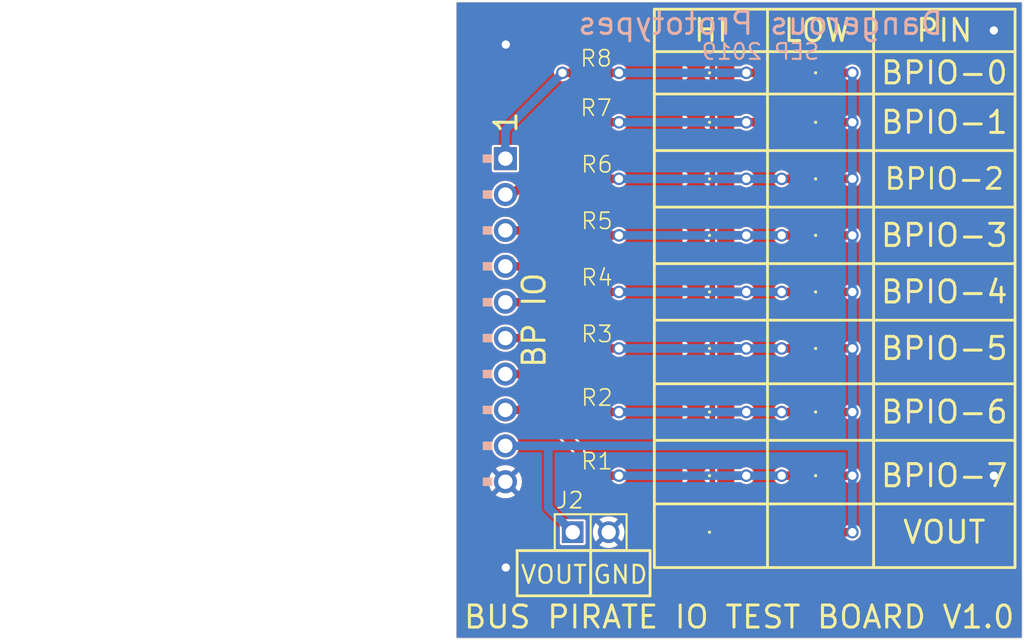
<source format=kicad_pcb>
(kicad_pcb (version 20221018) (generator pcbnew)
  (layers (0 "F.Cu" signal) (31 "B.Cu" signal) (34 "B.Paste" user) (35 "F.Paste" user) (36 "B.SilkS" user "B.Silkscreen") (37 "F.SilkS" user "F.Silkscreen") (38 "B.Mask" user) (39 "F.Mask" user) (44 "Edge.Cuts" user))
  (net 0 "")
  (net 1 "GND")
  (net 2 "N$1")
  (net 3 "N$2")
  (net 4 "N$3")
  (net 5 "N$4")
  (net 6 "N$5")
  (net 7 "N$6")
  (net 8 "N$8")
  (net 9 "N$7")
  (net 10 "BPIO0")
  (net 11 "BPIO1")
  (net 12 "BPIO2")
  (net 13 "BPIO3")
  (net 14 "BPIO4")
  (net 15 "BPIO5")
  (net 16 "BPIO6")
  (net 17 "BPIO7")
  (net 18 "VOUT")
  (net 19 "N$9")
  (footprint "working:LED-805" (layer "F.Cu") (at 154.0011 99.0036 90)
    (fp_text reference "LED10" hide)
    (fp_text value "")
    (fp_poly (pts (xy -0.1 0) (xy 0.1 0) (xy 0.1 -0.2) (xy -0.1 -0.2)) (fill solid) (layer "F.SilkS"))
    (pad "A" smd rect (at 0 1.05 90) (size 1.2 1.2) (layers "F.Cu" "F.Paste" "F.Mask") (net 18 "VOUT"))
    (pad "C" smd rect (at 0 -1.05 90) (size 1.2 1.2) (layers "F.Cu" "F.Paste" "F.Mask") (net 6 "N$5"))
  )
  (footprint "working:LED-805" (layer "F.Cu") (at 146.5011 116.0036 90)
    (fp_text reference "LED1" hide)
    (fp_text value "")
    (fp_poly (pts (xy -0.1 0) (xy 0.1 0) (xy 0.1 -0.2) (xy -0.1 -0.2)) (fill solid) (layer "F.SilkS"))
    (pad "A" smd rect (at 0 1.05 90) (size 1.2 1.2) (layers "F.Cu" "F.Paste" "F.Mask") (net 2 "N$1"))
    (pad "C" smd rect (at 0 -1.05 90) (size 1.2 1.2) (layers "F.Cu" "F.Paste" "F.Mask") (net 1 "GND"))
  )
  (footprint "working:LED-805" (layer "F.Cu") (at 154.0011 111.5036 90)
    (fp_text reference "LED4" hide)
    (fp_text value "")
    (fp_poly (pts (xy -0.1 0) (xy 0.1 0) (xy 0.1 -0.2) (xy -0.1 -0.2)) (fill solid) (layer "F.SilkS"))
    (pad "A" smd rect (at 0 1.05 90) (size 1.2 1.2) (layers "F.Cu" "F.Paste" "F.Mask") (net 18 "VOUT"))
    (pad "C" smd rect (at 0 -1.05 90) (size 1.2 1.2) (layers "F.Cu" "F.Paste" "F.Mask") (net 3 "N$2"))
  )
  (footprint "working:DP_LOGO" (layer "F.Cu") (at 98.0211 110.9936)
    (fp_text reference "PAGE1" hide)
    (fp_text value "FRAME_DINA4_L" hide)
  )
  (footprint "working:M1X2" (layer "F.Cu") (at 138.0011 120.0036)
    (fp_text reference "J2" (at -2.54 -1.5875) (layer "F.SilkS") (effects (font (size 1.143 1.143) (thickness 0.127)) (justify left bottom)))
    (fp_text value "CON_HEADER_1X02-PTH" hide)
    (fp_line (start -2.54 -1.27) (end 0 -1.27) (stroke (width 0.1524)) (layer "F.SilkS"))
    (fp_line (start -2.54 1.27) (end -2.54 -1.27) (stroke (width 0.1524)) (layer "F.SilkS"))
    (fp_line (start 0 -1.27) (end 2.54 -1.27) (stroke (width 0.1524)) (layer "F.SilkS"))
    (fp_line (start 0 1.27) (end -2.54 1.27) (stroke (width 0.1524)) (layer "F.SilkS"))
    (fp_line (start 0 1.27) (end 0 -1.27) (stroke (width 0.1524)) (layer "F.SilkS"))
    (fp_line (start 2.54 -1.27) (end 2.54 1.27) (stroke (width 0.1524)) (layer "F.SilkS"))
    (fp_line (start 2.54 1.27) (end 0 1.27) (stroke (width 0.1524)) (layer "F.SilkS"))
    (pad "1" thru_hole rect (at -1.27 0) (size 1.53 1.53) (drill 1.02) (layers "*.Cu" "*.Mask") (net 18 "VOUT"))
    (pad "2" thru_hole circle (at 1.27 0) (size 1.53 1.53) (drill 1.02) (layers "*.Cu" "*.Mask") (net 1 "GND"))
  )
  (footprint "working:LED-805" (layer "F.Cu") (at 154.0011 91.0036 90)
    (fp_text reference "LED16" hide)
    (fp_text value "")
    (fp_poly (pts (xy -0.1 0) (xy 0.1 0) (xy 0.1 -0.2) (xy -0.1 -0.2)) (fill solid) (layer "F.SilkS"))
    (pad "A" smd rect (at 0 1.05 90) (size 1.2 1.2) (layers "F.Cu" "F.Paste" "F.Mask") (net 18 "VOUT"))
    (pad "C" smd rect (at 0 -1.05 90) (size 1.2 1.2) (layers "F.Cu" "F.Paste" "F.Mask") (net 8 "N$8"))
  )
  (footprint "working:R603" (layer "F.Cu") (at 154.0011 120.0036 180)
    (fp_text reference "R9" hide)
    (fp_text value "1k1")
    (pad "1" smd rect (at -0.85 0 180) (size 1 1.1) (layers "F.Cu" "F.Paste" "F.Mask") (net 18 "VOUT"))
    (pad "2" smd rect (at 0.85 0 180) (size 1 1.1) (layers "F.Cu" "F.Paste" "F.Mask") (net 19 "N$9"))
  )
  (footprint "working:R603" (layer "F.Cu") (at 137.9411 87.5036)
    (fp_text reference "R8" (at -0.762 -1.016) (layer "F.SilkS") (effects (font (size 1.1557 1.1557) (thickness 0.1143)) (justify left)))
    (fp_text value "1k1")
    (pad "1" smd rect (at -0.85 0) (size 1 1.1) (layers "F.Cu" "F.Paste" "F.Mask") (net 10 "BPIO0"))
    (pad "2" smd rect (at 0.85 0) (size 1 1.1) (layers "F.Cu" "F.Paste" "F.Mask") (net 9 "N$7"))
  )
  (footprint "working:LED-805" (layer "F.Cu") (at 154.0011 87.5036 90)
    (fp_text reference "LED15" hide)
    (fp_text value "")
    (fp_poly (pts (xy -0.1 0) (xy 0.1 0) (xy 0.1 -0.2) (xy -0.1 -0.2)) (fill solid) (layer "F.SilkS"))
    (pad "A" smd rect (at 0 1.05 90) (size 1.2 1.2) (layers "F.Cu" "F.Paste" "F.Mask") (net 18 "VOUT"))
    (pad "C" smd rect (at 0 -1.05 90) (size 1.2 1.2) (layers "F.Cu" "F.Paste" "F.Mask") (net 9 "N$7"))
  )
  (footprint "working:LED-805" (layer "F.Cu") (at 146.5011 99.0036 90)
    (fp_text reference "LED9" hide)
    (fp_text value "")
    (fp_poly (pts (xy -0.1 0) (xy 0.1 0) (xy 0.1 -0.2) (xy -0.1 -0.2)) (fill solid) (layer "F.SilkS"))
    (pad "A" smd rect (at 0 1.05 90) (size 1.2 1.2) (layers "F.Cu" "F.Paste" "F.Mask") (net 6 "N$5"))
    (pad "C" smd rect (at 0 -1.05 90) (size 1.2 1.2) (layers "F.Cu" "F.Paste" "F.Mask") (net 1 "GND"))
  )
  (footprint "working:LED-805" (layer "F.Cu") (at 146.5011 103.0036 90)
    (fp_text reference "LED7" hide)
    (fp_text value "")
    (fp_poly (pts (xy -0.1 0) (xy 0.1 0) (xy 0.1 -0.2) (xy -0.1 -0.2)) (fill solid) (layer "F.SilkS"))
    (pad "A" smd rect (at 0 1.05 90) (size 1.2 1.2) (layers "F.Cu" "F.Paste" "F.Mask") (net 5 "N$4"))
    (pad "C" smd rect (at 0 -1.05 90) (size 1.2 1.2) (layers "F.Cu" "F.Paste" "F.Mask") (net 1 "GND"))
  )
  (footprint "working:LED-805" (layer "F.Cu") (at 154.0011 103.0036 90)
    (fp_text reference "LED8" hide)
    (fp_text value "")
    (fp_poly (pts (xy -0.1 0) (xy 0.1 0) (xy 0.1 -0.2) (xy -0.1 -0.2)) (fill solid) (layer "F.SilkS"))
    (pad "A" smd rect (at 0 1.05 90) (size 1.2 1.2) (layers "F.Cu" "F.Paste" "F.Mask") (net 18 "VOUT"))
    (pad "C" smd rect (at 0 -1.05 90) (size 1.2 1.2) (layers "F.Cu" "F.Paste" "F.Mask") (net 5 "N$4"))
  )
  (footprint "working:R603" (layer "F.Cu") (at 138.0011 103.0036)
    (fp_text reference "R4" (at -0.762 -1.016) (layer "F.SilkS") (effects (font (size 1.1557 1.1557) (thickness 0.1143)) (justify left)))
    (fp_text value "1k1")
    (pad "1" smd rect (at -0.85 0) (size 1 1.1) (layers "F.Cu" "F.Paste" "F.Mask") (net 14 "BPIO4"))
    (pad "2" smd rect (at 0.85 0) (size 1 1.1) (layers "F.Cu" "F.Paste" "F.Mask") (net 5 "N$4"))
  )
  (footprint "working:LED-805" (layer "F.Cu") (at 146.5011 120.0036 90)
    (fp_text reference "LED17" hide)
    (fp_text value "")
    (fp_poly (pts (xy -0.1 0) (xy 0.1 0) (xy 0.1 -0.2) (xy -0.1 -0.2)) (fill solid) (layer "F.SilkS"))
    (pad "A" smd rect (at 0 1.05 90) (size 1.2 1.2) (layers "F.Cu" "F.Paste" "F.Mask") (net 19 "N$9"))
    (pad "C" smd rect (at 0 -1.05 90) (size 1.2 1.2) (layers "F.Cu" "F.Paste" "F.Mask") (net 1 "GND"))
  )
  (footprint "working:LED-805" (layer "F.Cu") (at 146.5011 87.5036 90)
    (fp_text reference "LED14" hide)
    (fp_text value "")
    (fp_poly (pts (xy -0.1 0) (xy 0.1 0) (xy 0.1 -0.2) (xy -0.1 -0.2)) (fill solid) (layer "F.SilkS"))
    (pad "A" smd rect (at 0 1.05 90) (size 1.2 1.2) (layers "F.Cu" "F.Paste" "F.Mask") (net 9 "N$7"))
    (pad "C" smd rect (at 0 -1.05 90) (size 1.2 1.2) (layers "F.Cu" "F.Paste" "F.Mask") (net 1 "GND"))
  )
  (footprint "working:LED-805" (layer "F.Cu") (at 146.5011 107.0036 90)
    (fp_text reference "LED5" hide)
    (fp_text value "")
    (fp_poly (pts (xy -0.1 0) (xy 0.1 0) (xy 0.1 -0.2) (xy -0.1 -0.2)) (fill solid) (layer "F.SilkS"))
    (pad "A" smd rect (at 0 1.05 90) (size 1.2 1.2) (layers "F.Cu" "F.Paste" "F.Mask") (net 4 "N$3"))
    (pad "C" smd rect (at 0 -1.05 90) (size 1.2 1.2) (layers "F.Cu" "F.Paste" "F.Mask") (net 1 "GND"))
  )
  (footprint "working:R603" (layer "F.Cu") (at 138.0011 116.0036)
    (fp_text reference "R1" (at -0.762 -1.016) (layer "F.SilkS") (effects (font (size 1.1557 1.1557) (thickness 0.1143)) (justify left)))
    (fp_text value "1k1")
    (pad "1" smd rect (at -0.85 0) (size 1 1.1) (layers "F.Cu" "F.Paste" "F.Mask") (net 17 "BPIO7"))
    (pad "2" smd rect (at 0.85 0) (size 1 1.1) (layers "F.Cu" "F.Paste" "F.Mask") (net 2 "N$1"))
  )
  (footprint "working:LED-805" (layer "F.Cu") (at 146.5011 111.5036 90)
    (fp_text reference "LED3" hide)
    (fp_text value "")
    (fp_poly (pts (xy -0.1 0) (xy 0.1 0) (xy 0.1 -0.2) (xy -0.1 -0.2)) (fill solid) (layer "F.SilkS"))
    (pad "A" smd rect (at 0 1.05 90) (size 1.2 1.2) (layers "F.Cu" "F.Paste" "F.Mask") (net 3 "N$2"))
    (pad "C" smd rect (at 0 -1.05 90) (size 1.2 1.2) (layers "F.Cu" "F.Paste" "F.Mask") (net 1 "GND"))
  )
  (footprint "working:R603" (layer "F.Cu") (at 138.0011 99.0036)
    (fp_text reference "R5" (at -0.762 -1.016) (layer "F.SilkS") (effects (font (size 1.1557 1.1557) (thickness 0.1143)) (justify left)))
    (fp_text value "1k1")
    (pad "1" smd rect (at -0.85 0) (size 1 1.1) (layers "F.Cu" "F.Paste" "F.Mask") (net 13 "BPIO3"))
    (pad "2" smd rect (at 0.85 0) (size 1 1.1) (layers "F.Cu" "F.Paste" "F.Mask") (net 6 "N$5"))
  )
  (footprint "working:R603" (layer "F.Cu") (at 138.0011 111.5036)
    (fp_text reference "R2" (at -0.762 -1.016) (layer "F.SilkS") (effects (font (size 1.1557 1.1557) (thickness 0.1143)) (justify left)))
    (fp_text value "1k1")
    (pad "1" smd rect (at -0.85 0) (size 1 1.1) (layers "F.Cu" "F.Paste" "F.Mask") (net 16 "BPIO6"))
    (pad "2" smd rect (at 0.85 0) (size 1 1.1) (layers "F.Cu" "F.Paste" "F.Mask") (net 3 "N$2"))
  )
  (footprint "working:LED-805" (layer "F.Cu") (at 154.0011 95.0036 90)
    (fp_text reference "LED12" hide)
    (fp_text value "")
    (fp_poly (pts (xy -0.1 0) (xy 0.1 0) (xy 0.1 -0.2) (xy -0.1 -0.2)) (fill solid) (layer "F.SilkS"))
    (pad "A" smd rect (at 0 1.05 90) (size 1.2 1.2) (layers "F.Cu" "F.Paste" "F.Mask") (net 18 "VOUT"))
    (pad "C" smd rect (at 0 -1.05 90) (size 1.2 1.2) (layers "F.Cu" "F.Paste" "F.Mask") (net 7 "N$6"))
  )
  (footprint "working:LED-805" (layer "F.Cu") (at 146.5011 95.0036 90)
    (fp_text reference "LED11" hide)
    (fp_text value "")
    (fp_poly (pts (xy -0.1 0) (xy 0.1 0) (xy 0.1 -0.2) (xy -0.1 -0.2)) (fill solid) (layer "F.SilkS"))
    (pad "A" smd rect (at 0 1.05 90) (size 1.2 1.2) (layers "F.Cu" "F.Paste" "F.Mask") (net 7 "N$6"))
    (pad "C" smd rect (at 0 -1.05 90) (size 1.2 1.2) (layers "F.Cu" "F.Paste" "F.Mask") (net 1 "GND"))
  )
  (footprint "working:LED-805" (layer "F.Cu") (at 146.5011 91.0036 90)
    (fp_text reference "LED13" hide)
    (fp_text value "")
    (fp_poly (pts (xy -0.1 0) (xy 0.1 0) (xy 0.1 -0.2) (xy -0.1 -0.2)) (fill solid) (layer "F.SilkS"))
    (pad "A" smd rect (at 0 1.05 90) (size 1.2 1.2) (layers "F.Cu" "F.Paste" "F.Mask") (net 8 "N$8"))
    (pad "C" smd rect (at 0 -1.05 90) (size 1.2 1.2) (layers "F.Cu" "F.Paste" "F.Mask") (net 1 "GND"))
  )
  (footprint "working:LED-805" (layer "F.Cu") (at 154.0011 116.0036 90)
    (fp_text reference "LED2" hide)
    (fp_text value "")
    (fp_poly (pts (xy -0.1 0) (xy 0.1 0) (xy 0.1 -0.2) (xy -0.1 -0.2)) (fill solid) (layer "F.SilkS"))
    (pad "A" smd rect (at 0 1.05 90) (size 1.2 1.2) (layers "F.Cu" "F.Paste" "F.Mask") (net 18 "VOUT"))
    (pad "C" smd rect (at 0 -1.05 90) (size 1.2 1.2) (layers "F.Cu" "F.Paste" "F.Mask") (net 2 "N$1"))
  )
  (footprint "working:R603" (layer "F.Cu") (at 138.0011 95.0036)
    (fp_text reference "R6" (at -0.762 -1.016) (layer "F.SilkS") (effects (font (size 1.1557 1.1557) (thickness 0.1143)) (justify left)))
    (fp_text value "1k1")
    (pad "1" smd rect (at -0.85 0) (size 1 1.1) (layers "F.Cu" "F.Paste" "F.Mask") (net 12 "BPIO2"))
    (pad "2" smd rect (at 0.85 0) (size 1 1.1) (layers "F.Cu" "F.Paste" "F.Mask") (net 7 "N$6"))
  )
  (footprint "working:R603" (layer "F.Cu") (at 137.9411 91.0036)
    (fp_text reference "R7" (at -0.762 -1.016) (layer "F.SilkS") (effects (font (size 1.1557 1.1557) (thickness 0.1143)) (justify left)))
    (fp_text value "1k1")
    (pad "1" smd rect (at -0.85 0) (size 1 1.1) (layers "F.Cu" "F.Paste" "F.Mask") (net 11 "BPIO1"))
    (pad "2" smd rect (at 0.85 0) (size 1 1.1) (layers "F.Cu" "F.Paste" "F.Mask") (net 8 "N$8"))
  )
  (footprint "working:R603" (layer "F.Cu") (at 138.0011 107.0036)
    (fp_text reference "R3" (at -0.762 -1.016) (layer "F.SilkS") (effects (font (size 1.1557 1.1557) (thickness 0.1143)) (justify left)))
    (fp_text value "1k1")
    (pad "1" smd rect (at -0.85 0) (size 1 1.1) (layers "F.Cu" "F.Paste" "F.Mask") (net 15 "BPIO5"))
    (pad "2" smd rect (at 0.85 0) (size 1 1.1) (layers "F.Cu" "F.Paste" "F.Mask") (net 4 "N$3"))
  )
  (footprint "working:LED-805" (layer "F.Cu") (at 154.0011 107.0036 90)
    (fp_text reference "LED6" hide)
    (fp_text value "")
    (fp_poly (pts (xy -0.1 0) (xy 0.1 0) (xy 0.1 -0.2) (xy -0.1 -0.2)) (fill solid) (layer "F.SilkS"))
    (pad "A" smd rect (at 0 1.05 90) (size 1.2 1.2) (layers "F.Cu" "F.Paste" "F.Mask") (net 18 "VOUT"))
    (pad "C" smd rect (at 0 -1.05 90) (size 1.2 1.2) (layers "F.Cu" "F.Paste" "F.Mask") (net 4 "N$3"))
  )
  (footprint "working:M1X10_FEMALE_RIGHT_ANGLED_PTH" (layer "B.Cu") (at 126.1211 105.0036 -90)
    (fp_text reference "J1" hide)
    (fp_text value "CON_HEADER_1X10-RIGHT_ANGLED_PTH" hide)
    (fp_poly (pts (xy -11.73 -4.933) (xy -11.13 -4.933) (xy -11.13 -4.25) (xy -11.73 -4.25)) (fill solid) (layer "B.SilkS"))
    (fp_poly (pts (xy -9.19 -4.933) (xy -8.59 -4.933) (xy -8.59 -4.25) (xy -9.19 -4.25)) (fill solid) (layer "B.SilkS"))
    (fp_poly (pts (xy -6.65 -4.933) (xy -6.05 -4.933) (xy -6.05 -4.25) (xy -6.65 -4.25)) (fill solid) (layer "B.SilkS"))
    (fp_poly (pts (xy -4.11 -4.933) (xy -3.51 -4.933) (xy -3.51 -4.25) (xy -4.11 -4.25)) (fill solid) (layer "B.SilkS"))
    (fp_poly (pts (xy -1.57 -4.933) (xy -0.97 -4.933) (xy -0.97 -4.25) (xy -1.57 -4.25)) (fill solid) (layer "B.SilkS"))
    (fp_poly (pts (xy 0.97 -4.933) (xy 1.57 -4.933) (xy 1.57 -4.25) (xy 0.97 -4.25)) (fill solid) (layer "B.SilkS"))
    (fp_poly (pts (xy 3.51 -4.933) (xy 4.11 -4.933) (xy 4.11 -4.25) (xy 3.51 -4.25)) (fill solid) (layer "B.SilkS"))
    (fp_poly (pts (xy 6.05 -4.933) (xy 6.65 -4.933) (xy 6.65 -4.25) (xy 6.05 -4.25)) (fill solid) (layer "B.SilkS"))
    (fp_poly (pts (xy 8.59 -4.933) (xy 9.19 -4.933) (xy 9.19 -4.25) (xy 8.59 -4.25)) (fill solid) (layer "B.SilkS"))
    (fp_poly (pts (xy 11.13 -4.933) (xy 11.73 -4.933) (xy 11.73 -4.25) (xy 11.13 -4.25)) (fill solid) (layer "B.SilkS"))
    (pad "1" thru_hole rect (at -11.43 -5.85 270) (size 1.632 1.632) (drill 1.02) (layers "*.Cu" "*.Mask") (net 10 "BPIO0"))
    (pad "2" thru_hole circle (at -8.89 -5.85 270) (size 1.632 1.632) (drill 1.02) (layers "*.Cu" "*.Mask") (net 11 "BPIO1"))
    (pad "3" thru_hole circle (at -6.35 -5.85 270) (size 1.632 1.632) (drill 1.02) (layers "*.Cu" "*.Mask") (net 12 "BPIO2"))
    (pad "4" thru_hole circle (at -3.81 -5.85 270) (size 1.632 1.632) (drill 1.02) (layers "*.Cu" "*.Mask") (net 13 "BPIO3"))
    (pad "5" thru_hole circle (at -1.27 -5.85 270) (size 1.632 1.632) (drill 1.02) (layers "*.Cu" "*.Mask") (net 14 "BPIO4"))
    (pad "6" thru_hole circle (at 1.27 -5.85 270) (size 1.632 1.632) (drill 1.02) (layers "*.Cu" "*.Mask") (net 15 "BPIO5"))
    (pad "7" thru_hole circle (at 3.81 -5.85 270) (size 1.632 1.632) (drill 1.02) (layers "*.Cu" "*.Mask") (net 16 "BPIO6"))
    (pad "8" thru_hole circle (at 6.35 -5.85 270) (size 1.632 1.632) (drill 1.02) (layers "*.Cu" "*.Mask") (net 17 "BPIO7"))
    (pad "9" thru_hole circle (at 8.89 -5.85 270) (size 1.632 1.632) (drill 1.02) (layers "*.Cu" "*.Mask") (net 18 "VOUT"))
    (pad "10" thru_hole circle (at 11.43 -5.85 270) (size 1.632 1.632) (drill 1.02) (layers "*.Cu" "*.Mask") (net 1 "GND"))
  )
  (gr_line (start 158.0011 83.0036) (end 168.0011 83.0036) (stroke (width 0.2)) (layer "F.SilkS"))
  (gr_line (start 138.0011 121.3036) (end 138.0011 124.5036) (stroke (width 0.2)) (layer "F.SilkS"))
  (gr_line (start 150.5011 86.0036) (end 158.0011 86.0036) (stroke (width 0.2)) (layer "F.SilkS"))
  (gr_line (start 142.5011 101.0036) (end 168.0011 101.0036) (stroke (width 0.2)) (layer "F.SilkS"))
  (gr_line (start 168.0011 105.0036) (end 168.0011 109.5036) (stroke (width 0.2)) (layer "F.SilkS"))
  (gr_line (start 168.0011 83.0036) (end 168.0011 86.0036) (stroke (width 0.2)) (layer "F.SilkS"))
  (gr_line (start 142.5011 118.0036) (end 142.5011 113.5036) (stroke (width 0.2)) (layer "F.SilkS"))
  (gr_line (start 158.0011 118.0036) (end 150.5011 118.0036) (stroke (width 0.2)) (layer "F.SilkS"))
  (gr_line (start 150.5011 86.0036) (end 150.5011 83.0036) (stroke (width 0.2)) (layer "F.SilkS"))
  (gr_line (start 142.5011 113.5036) (end 168.0011 113.5036) (stroke (width 0.2)) (layer "F.SilkS"))
  (gr_line (start 168.0011 122.5036) (end 158.0011 122.5036) (stroke (width 0.2)) (layer "F.SilkS"))
  (gr_line (start 142.5011 93.0036) (end 142.5011 89.0036) (stroke (width 0.2)) (layer "F.SilkS"))
  (gr_line (start 142.5011 97.0036) (end 168.0011 97.0036) (stroke (width 0.2)) (layer "F.SilkS"))
  (gr_line (start 142.5011 122.5036) (end 142.5011 118.0036) (stroke (width 0.2)) (layer "F.SilkS"))
  (gr_line (start 142.5011 105.0036) (end 168.0011 105.0036) (stroke (width 0.2)) (layer "F.SilkS"))
  (gr_line (start 142.1011 124.5036) (end 142.2011 124.5036) (stroke (width 0.2)) (layer "F.SilkS"))
  (gr_line (start 142.5011 86.0036) (end 150.5011 86.0036) (stroke (width 0.2)) (layer "F.SilkS"))
  (gr_line (start 142.2011 124.5036) (end 142.2011 121.3036) (stroke (width 0.2)) (layer "F.SilkS"))
  (gr_line (start 150.5011 118.0036) (end 142.5011 118.0036) (stroke (width 0.2)) (layer "F.SilkS"))
  (gr_line (start 138.0011 121.3036) (end 132.8011 121.3036) (stroke (width 0.2)) (layer "F.SilkS"))
  (gr_line (start 158.0011 122.5036) (end 158.0011 118.0036) (stroke (width 0.2)) (layer "F.SilkS"))
  (gr_line (start 158.0011 86.0036) (end 158.0011 118.0036) (stroke (width 0.2)) (layer "F.SilkS"))
  (gr_line (start 142.2011 121.3036) (end 138.0011 121.3036) (stroke (width 0.2)) (layer "F.SilkS"))
  (gr_line (start 168.0011 122.5036) (end 168.0011 118.0036) (stroke (width 0.2)) (layer "F.SilkS"))
  (gr_line (start 168.0011 97.0036) (end 168.0011 101.0036) (stroke (width 0.2)) (layer "F.SilkS"))
  (gr_line (start 150.5011 122.5036) (end 150.5011 118.0036) (stroke (width 0.2)) (layer "F.SilkS"))
  (gr_line (start 168.0011 118.0036) (end 158.0011 118.0036) (stroke (width 0.2)) (layer "F.SilkS"))
  (gr_line (start 142.5011 105.0036) (end 142.5011 101.0036) (stroke (width 0.2)) (layer "F.SilkS"))
  (gr_line (start 142.5011 86.0036) (end 142.5011 83.0036) (stroke (width 0.2)) (layer "F.SilkS"))
  (gr_line (start 168.0011 89.0036) (end 168.0011 93.0036) (stroke (width 0.2)) (layer "F.SilkS"))
  (gr_line (start 142.5011 97.0036) (end 142.5011 93.0036) (stroke (width 0.2)) (layer "F.SilkS"))
  (gr_line (start 150.5011 86.0036) (end 150.5011 118.0036) (stroke (width 0.2)) (layer "F.SilkS"))
  (gr_line (start 168.0011 109.5036) (end 168.0011 113.5036) (stroke (width 0.2)) (layer "F.SilkS"))
  (gr_line (start 150.5011 122.5036) (end 142.5011 122.5036) (stroke (width 0.2)) (layer "F.SilkS"))
  (gr_line (start 142.5011 89.0036) (end 168.0011 89.0036) (stroke (width 0.2)) (layer "F.SilkS"))
  (gr_line (start 168.0011 93.0036) (end 168.0011 97.0036) (stroke (width 0.2)) (layer "F.SilkS"))
  (gr_line (start 142.5011 101.0036) (end 142.5011 97.0036) (stroke (width 0.2)) (layer "F.SilkS"))
  (gr_line (start 168.0011 113.5036) (end 168.0011 118.0036) (stroke (width 0.2)) (layer "F.SilkS"))
  (gr_line (start 158.0011 86.0036) (end 158.0011 83.0036) (stroke (width 0.2)) (layer "F.SilkS"))
  (gr_line (start 168.0011 101.0036) (end 168.0011 105.0036) (stroke (width 0.2)) (layer "F.SilkS"))
  (gr_line (start 158.0011 122.5036) (end 150.5011 122.5036) (stroke (width 0.2)) (layer "F.SilkS"))
  (gr_line (start 168.0011 86.0036) (end 168.0011 89.0036) (stroke (width 0.2)) (layer "F.SilkS"))
  (gr_line (start 132.8011 124.5036) (end 138.0011 124.5036) (stroke (width 0.2)) (layer "F.SilkS"))
  (gr_line (start 142.5011 109.5036) (end 168.0011 109.5036) (stroke (width 0.2)) (layer "F.SilkS"))
  (gr_line (start 158.0011 86.0036) (end 168.0011 86.0036) (stroke (width 0.2)) (layer "F.SilkS"))
  (gr_line (start 142.5011 93.0036) (end 168.0011 93.0036) (stroke (width 0.2)) (layer "F.SilkS"))
  (gr_line (start 142.5011 113.5036) (end 142.5011 109.5036) (stroke (width 0.2)) (layer "F.SilkS"))
  (gr_line (start 138.0011 124.5036) (end 142.1011 124.5036) (stroke (width 0.2)) (layer "F.SilkS"))
  (gr_line (start 142.5011 109.5036) (end 142.5011 105.0036) (stroke (width 0.2)) (layer "F.SilkS"))
  (gr_line (start 132.8011 121.3036) (end 132.8011 124.5036) (stroke (width 0.2)) (layer "F.SilkS"))
  (gr_line (start 142.5011 83.0036) (end 150.5011 83.0036) (stroke (width 0.2)) (layer "F.SilkS"))
  (gr_line (start 150.5011 83.0036) (end 158.0011 83.0036) (stroke (width 0.2)) (layer "F.SilkS"))
  (gr_line (start 142.5011 89.0036) (end 142.5011 86.0036) (stroke (width 0.2)) (layer "F.SilkS"))
  (gr_line (start 168.5011 82.5036) (end 128.5011 82.5036) (stroke (width 0.05)) (layer "Edge.Cuts"))
  (gr_line (start 168.5011 127.5036) (end 168.5011 82.5036) (stroke (width 0.05)) (layer "Edge.Cuts"))
  (gr_line (start 128.5011 127.5036) (end 168.5011 127.5036) (stroke (width 0.05)) (layer "Edge.Cuts"))
  (gr_line (start 128.5011 82.5036) (end 128.5011 127.5036) (stroke (width 0.05)) (layer "Edge.Cuts"))
  (gr_text "SEP 2019" (at 150.0011 86.0036) (layer "B.SilkS") (effects (font (size 1.1176 1.1176) (thickness 0.1524)) (justify mirror)))
  (gr_text "Dangerous Prototypes" (at 150.0011 84.0036) (layer "B.SilkS") (effects (font (size 1.56464 1.56464) (thickness 0.21336)) (justify mirror)))
  (gr_text "HI" (at 146.5011 84.5036) (layer "F.SilkS") (effects (font (size 1.56464 1.56464) (thickness 0.21336))))
  (gr_text "VOUT" (at 163.0011 120.0036) (layer "F.SilkS") (effects (font (size 1.56464 1.56464) (thickness 0.21336))))
  (gr_text "BP IO" (at 134.0011 105.0036 90) (layer "F.SilkS") (effects (font (size 1.56464 1.56464) (thickness 0.21336))))
  (gr_text "1" (at 132.0011 91.0036 90) (layer "F.SilkS") (effects (font (size 1.56464 1.56464) (thickness 0.21336))))
  (gr_text "VOUT" (at 135.4011 123.0036) (layer "F.SilkS") (effects (font (size 1.251712 1.251712) (thickness 0.170688))))
  (gr_text "BPIO-1" (at 163.0011 91.0036) (layer "F.SilkS") (effects (font (size 1.56464 1.56464) (thickness 0.21336))))
  (gr_text "BPIO-0" (at 163.0011 87.5036) (layer "F.SilkS") (effects (font (size 1.56464 1.56464) (thickness 0.21336))))
  (gr_text "BPIO-4" (at 163.0011 103.0036) (layer "F.SilkS") (effects (font (size 1.56464 1.56464) (thickness 0.21336))))
  (gr_text "BPIO-5" (at 163.0011 107.0036) (layer "F.SilkS") (effects (font (size 1.56464 1.56464) (thickness 0.21336))))
  (gr_text "BPIO-3" (at 163.0011 99.0036) (layer "F.SilkS") (effects (font (size 1.56464 1.56464) (thickness 0.21336))))
  (gr_text "BPIO-6" (at 163.0011 111.5036) (layer "F.SilkS") (effects (font (size 1.56464 1.56464) (thickness 0.21336))))
  (gr_text "BUS PIRATE IO TEST BOARD V1.0" (at 148.5011 126.0036) (layer "F.SilkS") (effects (font (size 1.56464 1.56464) (thickness 0.21336))))
  (gr_text "LOW" (at 154.0011 84.5036) (layer "F.SilkS") (effects (font (size 1.56464 1.56464) (thickness 0.21336))))
  (gr_text "GND" (at 140.1011 123.0036) (layer "F.SilkS") (effects (font (size 1.251712 1.251712) (thickness 0.170688))))
  (gr_text "BPIO-7" (at 163.0011 116.0036) (layer "F.SilkS") (effects (font (size 1.56464 1.56464) (thickness 0.21336))))
  (gr_text "PIN" (at 163.0011 84.5036) (layer "F.SilkS") (effects (font (size 1.56464 1.56464) (thickness 0.21336))))
  (gr_text "BPIO-2" (at 163.0011 95.0036) (layer "F.SilkS") (effects (font (size 1.475232 1.475232) (thickness 0.201168))))
  (via (at 166.5011 84.5036) (size 0.889) (drill 0.5842) (layers "F.Cu" "B.Cu") (net 1))
  (via (at 132.0011 122.5036) (size 0.889) (drill 0.5842) (layers "F.Cu" "B.Cu") (net 1))
  (via (at 132.0011 85.5036) (size 0.889) (drill 0.5842) (layers "F.Cu" "B.Cu") (net 1))
  (via (at 166.5011 116.0036) (size 0.889) (drill 0.5842) (layers "F.Cu" "B.Cu") (net 1))
  (segment (start 152.9511 116.0036) (end 151.5011 116.0036) (width 0.6096) (layer "F.Cu") (net 2))
  (segment (start 149.0011 116.0036) (end 147.5511 116.0036) (width 0.6096) (layer "F.Cu") (net 2))
  (segment (start 138.8511 116.0036) (end 140.0011 116.0036) (width 0.6096) (layer "F.Cu") (net 2))
  (via (at 140.0011 116.0036) (size 0.889) (drill 0.5842) (layers "F.Cu" "B.Cu") (net 2))
  (via (at 149.0011 116.0036) (size 0.889) (drill 0.5842) (layers "F.Cu" "B.Cu") (net 2))
  (via (at 151.5011 116.0036) (size 0.889) (drill 0.5842) (layers "F.Cu" "B.Cu") (net 2))
  (segment (start 140.0011 116.0036) (end 149.0011 116.0036) (width 0.6096) (layer "B.Cu") (net 2))
  (segment (start 151.5011 116.0036) (end 149.0011 116.0036) (width 0.6096) (layer "B.Cu") (net 2))
  (segment (start 152.9511 111.5036) (end 151.5011 111.5036) (width 0.6096) (layer "F.Cu") (net 3))
  (segment (start 147.5511 111.5036) (end 149.0011 111.5036) (width 0.6096) (layer "F.Cu") (net 3))
  (segment (start 138.8511 111.5036) (end 140.0011 111.5036) (width 0.6096) (layer "F.Cu") (net 3))
  (via (at 149.0011 111.5036) (size 0.889) (drill 0.5842) (layers "F.Cu" "B.Cu") (net 3))
  (via (at 151.5011 111.5036) (size 0.889) (drill 0.5842) (layers "F.Cu" "B.Cu") (net 3))
  (via (at 140.0011 111.5036) (size 0.889) (drill 0.5842) (layers "F.Cu" "B.Cu") (net 3))
  (segment (start 149.0011 111.5036) (end 140.0011 111.5036) (width 0.6096) (layer "B.Cu") (net 3))
  (segment (start 151.5011 111.5036) (end 149.0011 111.5036) (width 0.6096) (layer "B.Cu") (net 3))
  (segment (start 152.9511 107.0036) (end 151.5011 107.0036) (width 0.6096) (layer "F.Cu") (net 4))
  (segment (start 138.8511 107.0036) (end 140.0011 107.0036) (width 0.6096) (layer "F.Cu") (net 4))
  (segment (start 147.5511 107.0036) (end 149.0011 107.0036) (width 0.6096) (layer "F.Cu") (net 4))
  (via (at 151.5011 107.0036) (size 0.889) (drill 0.5842) (layers "F.Cu" "B.Cu") (net 4))
  (via (at 140.0011 107.0036) (size 0.889) (drill 0.5842) (layers "F.Cu" "B.Cu") (net 4))
  (via (at 149.0011 107.0036) (size 0.889) (drill 0.5842) (layers "F.Cu" "B.Cu") (net 4))
  (segment (start 140.0011 107.0036) (end 149.0011 107.0036) (width 0.6096) (layer "B.Cu") (net 4))
  (segment (start 149.0011 107.0036) (end 151.5011 107.0036) (width 0.6096) (layer "B.Cu") (net 4))
  (segment (start 138.8511 103.0036) (end 140.0011 103.0036) (width 0.6096) (layer "F.Cu") (net 5))
  (segment (start 152.9511 103.0036) (end 151.5011 103.0036) (width 0.6096) (layer "F.Cu") (net 5))
  (segment (start 147.5511 103.0036) (end 149.0011 103.0036) (width 0.6096) (layer "F.Cu") (net 5))
  (via (at 151.5011 103.0036) (size 0.889) (drill 0.5842) (layers "F.Cu" "B.Cu") (net 5))
  (via (at 149.0011 103.0036) (size 0.889) (drill 0.5842) (layers "F.Cu" "B.Cu") (net 5))
  (via (at 140.0011 103.0036) (size 0.889) (drill 0.5842) (layers "F.Cu" "B.Cu") (net 5))
  (segment (start 140.0011 103.0036) (end 149.0011 103.0036) (width 0.6096) (layer "B.Cu") (net 5))
  (segment (start 149.0011 103.0036) (end 151.5011 103.0036) (width 0.6096) (layer "B.Cu") (net 5))
  (segment (start 152.9511 99.0036) (end 151.5011 99.0036) (width 0.6096) (layer "F.Cu") (net 6))
  (segment (start 138.8511 99.0036) (end 140.0011 99.0036) (width 0.6096) (layer "F.Cu") (net 6))
  (segment (start 147.5511 99.0036) (end 149.0011 99.0036) (width 0.6096) (layer "F.Cu") (net 6))
  (via (at 149.0011 99.0036) (size 0.889) (drill 0.5842) (layers "F.Cu" "B.Cu") (net 6))
  (via (at 151.5011 99.0036) (size 0.889) (drill 0.5842) (layers "F.Cu" "B.Cu") (net 6))
  (via (at 140.0011 99.0036) (size 0.889) (drill 0.5842) (layers "F.Cu" "B.Cu") (net 6))
  (segment (start 149.0011 99.0036) (end 151.5011 99.0036) (width 0.6096) (layer "B.Cu") (net 6))
  (segment (start 140.0011 99.0036) (end 149.0011 99.0036) (width 0.6096) (layer "B.Cu") (net 6))
  (segment (start 147.5511 95.0036) (end 149.0011 95.0036) (width 0.6096) (layer "F.Cu") (net 7))
  (segment (start 152.9511 95.0036) (end 151.5011 95.0036) (width 0.6096) (layer "F.Cu") (net 7))
  (segment (start 138.8511 95.0036) (end 140.0011 95.0036) (width 0.6096) (layer "F.Cu") (net 7))
  (via (at 149.0011 95.0036) (size 0.889) (drill 0.5842) (layers "F.Cu" "B.Cu") (net 7))
  (via (at 140.0011 95.0036) (size 0.889) (drill 0.5842) (layers "F.Cu" "B.Cu") (net 7))
  (via (at 151.5011 95.0036) (size 0.889) (drill 0.5842) (layers "F.Cu" "B.Cu") (net 7))
  (segment (start 140.0011 95.0036) (end 149.0011 95.0036) (width 0.6096) (layer "B.Cu") (net 7))
  (segment (start 149.0011 95.0036) (end 151.5011 95.0036) (width 0.6096) (layer "B.Cu") (net 7))
  (segment (start 138.7911 91.0036) (end 140.0011 91.0036) (width 0.6096) (layer "F.Cu") (net 8))
  (segment (start 152.9511 91.0036) (end 149.0011 91.0036) (width 0.6096) (layer "F.Cu") (net 8))
  (segment (start 149.0011 91.0036) (end 147.5511 91.0036) (width 0.6096) (layer "F.Cu") (net 8))
  (via (at 149.0011 91.0036) (size 0.889) (drill 0.5842) (layers "F.Cu" "B.Cu") (net 8))
  (via (at 140.0011 91.0036) (size 0.889) (drill 0.5842) (layers "F.Cu" "B.Cu") (net 8))
  (segment (start 140.0011 91.0036) (end 149.0011 91.0036) (width 0.6096) (layer "B.Cu") (net 8))
  (segment (start 138.7911 87.5036) (end 140.0011 87.5036) (width 0.6096) (layer "F.Cu") (net 9))
  (segment (start 149.0011 87.5036) (end 147.5511 87.5036) (width 0.6096) (layer "F.Cu") (net 9))
  (segment (start 152.9511 87.5036) (end 149.0011 87.5036) (width 0.6096) (layer "F.Cu") (net 9))
  (via (at 140.0011 87.5036) (size 0.889) (drill 0.5842) (layers "F.Cu" "B.Cu") (net 9))
  (via (at 149.0011 87.5036) (size 0.889) (drill 0.5842) (layers "F.Cu" "B.Cu") (net 9))
  (segment (start 140.0011 87.5036) (end 149.0011 87.5036) (width 0.6096) (layer "B.Cu") (net 9))
  (segment (start 137.0911 87.5036) (end 136.0011 87.5036) (width 0.6096) (layer "F.Cu") (net 10))
  (via (at 136.0011 87.5036) (size 0.889) (drill 0.5842) (layers "F.Cu" "B.Cu") (net 10))
  (segment (start 131.9711 91.5336) (end 134.5011 89.0036) (width 0.6096) (layer "B.Cu") (net 10))
  (segment (start 131.9711 93.5736) (end 131.9711 91.5336) (width 0.6096) (layer "B.Cu") (net 10))
  (segment (start 134.5011 89.0036) (end 136.0011 87.5036) (width 0.6096) (layer "B.Cu") (net 10))
  (segment (start 131.9711 96.1136) (end 132.4711 96.1136) (width 0.6096) (layer "F.Cu") (net 11))
  (segment (start 132.4711 96.1136) (end 135.0811 93.5036) (width 0.6096) (layer "F.Cu") (net 11))
  (segment (start 135.8011 93.5036) (end 137.0911 92.2136) (width 0.6096) (layer "F.Cu") (net 11))
  (segment (start 137.0911 92.2136) (end 137.0911 91.0036) (width 0.6096) (layer "F.Cu") (net 11))
  (segment (start 135.0811 93.5036) (end 135.8011 93.5036) (width 0.6096) (layer "F.Cu") (net 11))
  (segment (start 137.1511 95.8536) (end 137.1511 95.0036) (width 0.6096) (layer "F.Cu") (net 12))
  (segment (start 134.3511 98.6536) (end 137.1511 95.8536) (width 0.6096) (layer "F.Cu") (net 12))
  (segment (start 131.9711 98.6536) (end 134.3511 98.6536) (width 0.6096) (layer "F.Cu") (net 12))
  (segment (start 131.9711 101.1936) (end 134.9611 101.1936) (width 0.6096) (layer "F.Cu") (net 13))
  (segment (start 134.9611 101.1936) (end 137.1511 99.0036) (width 0.6096) (layer "F.Cu") (net 13))
  (segment (start 136.4211 103.7336) (end 137.1511 103.0036) (width 0.6096) (layer "F.Cu") (net 14))
  (segment (start 131.9711 103.7336) (end 136.4211 103.7336) (width 0.6096) (layer "F.Cu") (net 14))
  (segment (start 136.4211 106.2736) (end 137.1511 107.0036) (width 0.6096) (layer "F.Cu") (net 15))
  (segment (start 131.9711 106.2736) (end 136.4211 106.2736) (width 0.6096) (layer "F.Cu") (net 15))
  (segment (start 134.4611 108.8136) (end 137.1511 111.5036) (width 0.6096) (layer "F.Cu") (net 16))
  (segment (start 131.9711 108.8136) (end 134.4611 108.8136) (width 0.6096) (layer "F.Cu") (net 16))
  (segment (start 131.9711 111.3536) (end 134.3511 111.3536) (width 0.6096) (layer "F.Cu") (net 17))
  (segment (start 137.1511 114.1536) (end 137.1511 116.0036) (width 0.6096) (layer "F.Cu") (net 17))
  (segment (start 134.3511 111.3536) (end 137.1511 114.1536) (width 0.6096) (layer "F.Cu") (net 17))
  (segment (start 155.0511 107.0036) (end 156.5011 107.0036) (width 0.6096) (layer "F.Cu") (net 18))
  (segment (start 154.8511 120.0036) (end 156.5011 120.0036) (width 0.6096) (layer "F.Cu") (net 18))
  (segment (start 155.0511 95.0036) (end 156.5011 95.0036) (width 0.6096) (layer "F.Cu") (net 18))
  (segment (start 155.0511 87.5036) (end 156.5011 87.5036) (width 0.6096) (layer "F.Cu") (net 18))
  (segment (start 155.0511 111.5036) (end 156.5011 111.5036) (width 0.6096) (layer "F.Cu") (net 18))
  (segment (start 155.0511 103.0036) (end 156.5011 103.0036) (width 0.6096) (layer "F.Cu") (net 18))
  (segment (start 155.0511 99.0036) (end 156.5011 99.0036) (width 0.6096) (layer "F.Cu") (net 18))
  (segment (start 155.0511 116.0036) (end 156.5011 116.0036) (width 0.6096) (layer "F.Cu") (net 18))
  (segment (start 155.0511 91.0036) (end 156.5011 91.0036) (width 0.6096) (layer "F.Cu") (net 18))
  (via (at 156.5011 95.0036) (size 0.889) (drill 0.5842) (layers "F.Cu" "B.Cu") (net 18))
  (via (at 156.5011 91.0036) (size 0.889) (drill 0.5842) (layers "F.Cu" "B.Cu") (net 18))
  (via (at 156.5011 99.0036) (size 0.889) (drill 0.5842) (layers "F.Cu" "B.Cu") (net 18))
  (via (at 156.5011 111.5036) (size 0.889) (drill 0.5842) (layers "F.Cu" "B.Cu") (net 18))
  (via (at 156.5011 120.0036) (size 0.889) (drill 0.5842) (layers "F.Cu" "B.Cu") (net 18))
  (via (at 156.5011 87.5036) (size 0.889) (drill 0.5842) (layers "F.Cu" "B.Cu") (net 18))
  (via (at 156.5011 103.0036) (size 0.889) (drill 0.5842) (layers "F.Cu" "B.Cu") (net 18))
  (via (at 156.5011 107.0036) (size 0.889) (drill 0.5842) (layers "F.Cu" "B.Cu") (net 18))
  (via (at 156.5011 116.0036) (size 0.889) (drill 0.5842) (layers "F.Cu" "B.Cu") (net 18))
  (segment (start 156.5011 107.0036) (end 156.5011 108.5036) (width 0.6096) (layer "B.Cu") (net 18))
  (segment (start 156.5011 99.0036) (end 156.5011 103.0036) (width 0.6096) (layer "B.Cu") (net 18))
  (segment (start 156.5011 95.0036) (end 156.5011 99.0036) (width 0.6096) (layer "B.Cu") (net 18))
  (segment (start 135.0011 118.2736) (end 135.0011 113.8936) (width 0.6096) (layer "B.Cu") (net 18))
  (segment (start 156.5011 87.5036) (end 156.5011 91.0036) (width 0.6096) (layer "B.Cu") (net 18))
  (segment (start 156.5011 114.0036) (end 156.5011 116.0036) (width 0.6096) (layer "B.Cu") (net 18))
  (segment (start 131.9711 113.8936) (end 135.0011 113.8936) (width 0.6096) (layer "B.Cu") (net 18))
  (segment (start 136.7311 120.0036) (end 135.0011 118.2736) (width 0.6096) (layer "B.Cu") (net 18))
  (segment (start 135.0011 113.8936) (end 156.3911 113.8936) (width 0.6096) (layer "B.Cu") (net 18))
  (segment (start 156.5011 91.0036) (end 156.5011 95.0036) (width 0.6096) (layer "B.Cu") (net 18))
  (segment (start 156.5011 103.0036) (end 156.5011 107.0036) (width 0.6096) (layer "B.Cu") (net 18))
  (segment (start 156.3911 113.8936) (end 156.5011 114.0036) (width 0.6096) (layer "B.Cu") (net 18))
  (segment (start 156.5011 120.0036) (end 156.5011 116.0036) (width 0.6096) (layer "B.Cu") (net 18))
  (segment (start 156.5011 108.5036) (end 156.5011 111.5036) (width 0.6096) (layer "B.Cu") (net 18))
  (segment (start 156.5011 111.5036) (end 156.5011 114.0036) (width 0.6096) (layer "B.Cu") (net 18))
  (segment (start 153.1511 120.0036) (end 147.5511 120.0036) (width 0.6096) (layer "F.Cu") (net 19))
  (zone (net 1) (net_name "GND") (layer "F.Cu") (priority 6) (connect_pads (clearance 0.000001)) (min_thickness 0.1524) (fill yes (thermal_gap 0.3548) (thermal_bridge_width 0.3548))
    (polygon (pts (xy 168.6535 127.656) (xy 128.3487 127.656) (xy 128.3487 82.3512) (xy 168.6535 82.3512)))
  )
  (zone (net 1) (net_name "GND") (layer "B.Cu") (priority 6) (connect_pads (clearance 0.000001)) (min_thickness 0.1524) (fill yes (thermal_gap 0.3548) (thermal_bridge_width 0.3548))
    (polygon (pts (xy 168.6535 127.656) (xy 128.3487 127.656) (xy 128.3487 82.3512) (xy 168.6535 82.3512)))
  )
)
</source>
